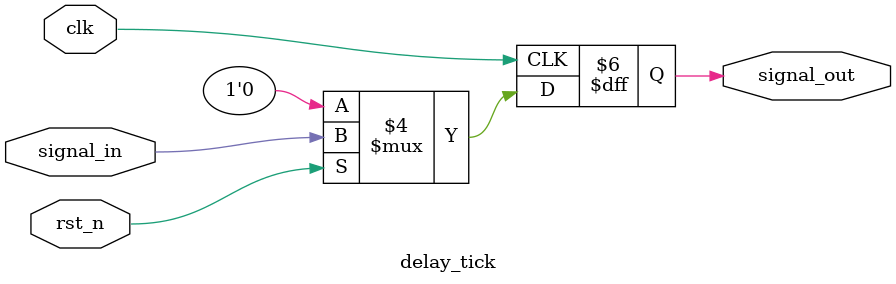
<source format=v>
`timescale 1ns / 1ps


module	delay_tick #
(
    parameter DELAY_TICKS = 'd500
)
(
    clk, 
    rst_n,
    signal_in,
    signal_out
);

input clk;
input rst_n;
input signal_in;
output reg signal_out;
	
always @ (posedge clk)
begin
    if(!rst_n)
    begin
        signal_out <= 1'b0;
    end
    else
    begin
	signal_out <= signal_in;
    end
end

endmodule

</source>
